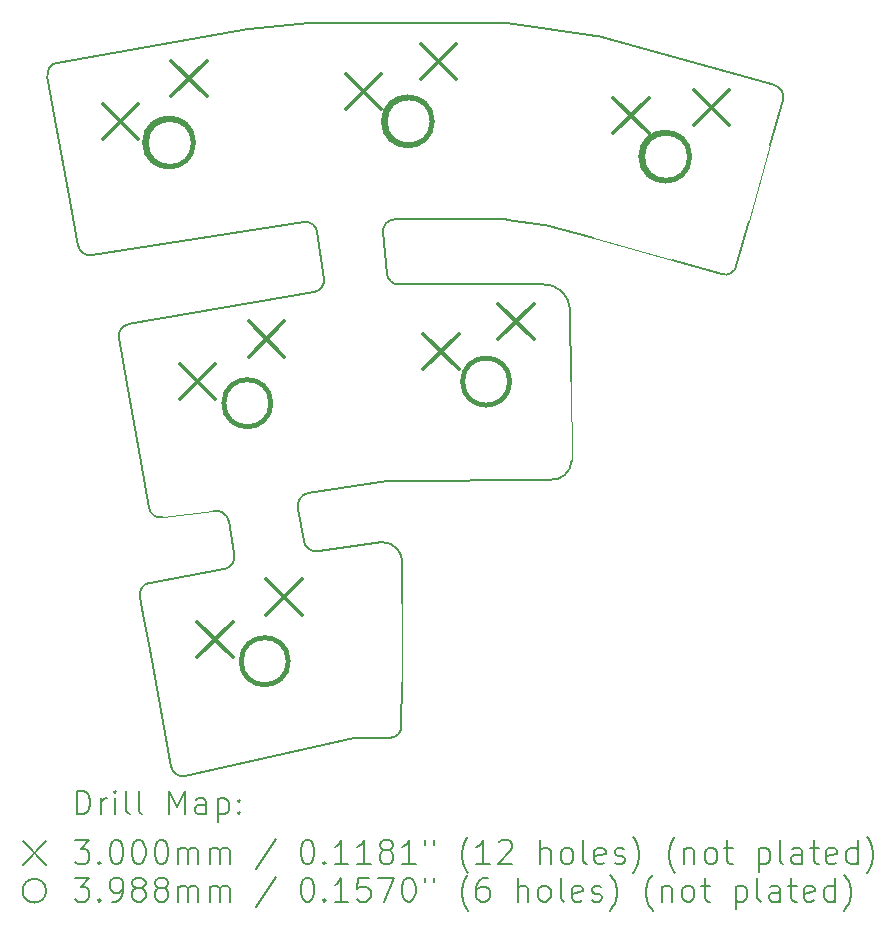
<source format=gbr>
%TF.GenerationSoftware,KiCad,Pcbnew,7.0.7*%
%TF.CreationDate,2024-02-03T15:44:30+08:00*%
%TF.ProjectId,flex,666c6578-2e6b-4696-9361-645f70636258,rev?*%
%TF.SameCoordinates,Original*%
%TF.FileFunction,Drillmap*%
%TF.FilePolarity,Positive*%
%FSLAX45Y45*%
G04 Gerber Fmt 4.5, Leading zero omitted, Abs format (unit mm)*
G04 Created by KiCad (PCBNEW 7.0.7) date 2024-02-03 15:44:30*
%MOMM*%
%LPD*%
G01*
G04 APERTURE LIST*
%ADD10C,0.200000*%
%ADD11C,0.050000*%
%ADD12C,0.300000*%
%ADD13C,0.398780*%
G04 APERTURE END LIST*
D10*
X8555443Y-6193620D02*
X8588920Y-6544631D01*
D11*
X10151759Y-8130428D02*
X10150581Y-7455429D01*
D10*
X6578791Y-9159953D02*
G75*
G03*
X6498440Y-9277529I17799J-98407D01*
G01*
X7999179Y-6190786D02*
G75*
G03*
X7884479Y-6105951I-99029J-13934D01*
G01*
X6505684Y-8140108D02*
X6387312Y-7475569D01*
X9602204Y-6085052D02*
G75*
G03*
X9588632Y-6084126I-13574J-99048D01*
G01*
X9588632Y-6084126D02*
X8654991Y-6084126D01*
X7249653Y-8639773D02*
G75*
G03*
X7116613Y-8553580I-107073J-19497D01*
G01*
X9602204Y-4425051D02*
X10362119Y-4529147D01*
X6761335Y-10716293D02*
X6709820Y-10432825D01*
X8654991Y-6084132D02*
G75*
G03*
X8555443Y-6193620I-1J-99998D01*
G01*
X6963330Y-5432817D02*
G75*
G03*
X6963330Y-5432817I-220000J0D01*
G01*
X10140952Y-6857929D02*
X10150581Y-7455429D01*
X11940831Y-5072795D02*
X11835280Y-5450836D01*
X8620912Y-10470958D02*
G75*
G03*
X8710912Y-10370953I-1642J91978D01*
G01*
X8588925Y-6544631D02*
G75*
G03*
X8688622Y-6635137I99545J9491D01*
G01*
X7939859Y-4424126D02*
G75*
G03*
X7931057Y-4424514I1J-99894D01*
G01*
X8597566Y-8295276D02*
G75*
G03*
X8588763Y-8295665I4J-99994D01*
G01*
X5796008Y-4757601D02*
G75*
G03*
X5714951Y-4873086I17482J-98459D01*
G01*
X6399393Y-6973159D02*
G75*
G03*
X6318480Y-7089151I17537J-98451D01*
G01*
X11425000Y-6548437D02*
X11006407Y-6431563D01*
X8306806Y-10473223D02*
X6881811Y-10795943D01*
X8016904Y-8892278D02*
X8550202Y-8816586D01*
X5796007Y-4757597D02*
X7410571Y-4470898D01*
D11*
X10339365Y-6245322D02*
X11006407Y-6431563D01*
D10*
X8718416Y-9000722D02*
G75*
G03*
X8550202Y-8816586I-168216J15232D01*
G01*
X11653759Y-6100971D02*
X11548208Y-6479012D01*
X10339365Y-6245322D02*
X9929033Y-6130755D01*
X6399394Y-6973164D02*
X7972959Y-6698675D01*
X7939859Y-4424126D02*
X9588632Y-4424126D01*
X8054800Y-6586234D02*
X7999176Y-6190786D01*
X9970952Y-8287929D02*
X8597566Y-8295276D01*
X5974358Y-6306286D02*
X5905000Y-5930000D01*
X7972959Y-6698676D02*
G75*
G03*
X8054800Y-6586234I-17190J98516D01*
G01*
X9915712Y-6127996D02*
X9602204Y-6085051D01*
X7296108Y-8912783D02*
X7249657Y-8639772D01*
D11*
X11653759Y-6100971D02*
X11835280Y-5450836D01*
D10*
X6589129Y-9768703D02*
X6709820Y-10432825D01*
X5974357Y-6306286D02*
G75*
G03*
X6088157Y-6386958I98343J18126D01*
G01*
X10375440Y-4531905D02*
X11871407Y-4949587D01*
X6761337Y-10716293D02*
G75*
G03*
X6881811Y-10795943I98383J17873D01*
G01*
X5779416Y-5246102D02*
X5714951Y-4873086D01*
X7419305Y-4469737D02*
X7931057Y-4424514D01*
X8620912Y-10470953D02*
X8306806Y-10473223D01*
X8718413Y-9000722D02*
X8718413Y-9328376D01*
X8719591Y-10003374D02*
X8710912Y-10370953D01*
X5905000Y-5930000D02*
X5779416Y-5246102D01*
X6574516Y-8526526D02*
X6505684Y-8140108D01*
D11*
X8719591Y-10003374D02*
X8718413Y-9328376D01*
D10*
X6518949Y-9382528D02*
X6498440Y-9277529D01*
X6574521Y-8526525D02*
G75*
G03*
X6690503Y-8607439I98449J17535D01*
G01*
X9970952Y-8287927D02*
G75*
G03*
X10151759Y-8130428I14908J165418D01*
G01*
X7419305Y-4469737D02*
G75*
G03*
X7410571Y-4470898I8825J-99813D01*
G01*
X6387312Y-7475569D02*
X6318480Y-7089151D01*
X11940829Y-5072795D02*
G75*
G03*
X11871407Y-4949587I-96329J26885D01*
G01*
X11165095Y-5552700D02*
G75*
G03*
X11165095Y-5552700I-220000J0D01*
G01*
X10140953Y-6857929D02*
G75*
G03*
X9900952Y-6633278I-225143J-1D01*
G01*
X9602204Y-4425052D02*
G75*
G03*
X9588632Y-4424126I-13574J-99048D01*
G01*
X10375440Y-4531905D02*
G75*
G03*
X10362119Y-4529147I-26930J-96495D01*
G01*
X7209914Y-9045821D02*
G75*
G03*
X7296108Y-8912783I-19494J107071D01*
G01*
X7884479Y-6105950D02*
X6088157Y-6386958D01*
X9929033Y-6130755D02*
G75*
G03*
X9915712Y-6127996I-26883J-96275D01*
G01*
X7883858Y-8806086D02*
G75*
G03*
X8016904Y-8892278I107072J19496D01*
G01*
X7837410Y-8533074D02*
X7883861Y-8806086D01*
D11*
X7116613Y-8553580D02*
X6690503Y-8607439D01*
D10*
X8688622Y-6635137D02*
X9900952Y-6633278D01*
X6578791Y-9159955D02*
X7209915Y-9045827D01*
X11424999Y-6548439D02*
G75*
G03*
X11548208Y-6479012I26891J96319D01*
G01*
X8985450Y-5254126D02*
G75*
G03*
X8985450Y-5254126I-220000J0D01*
G01*
X6589129Y-9768703D02*
X6518949Y-9382528D01*
X7923601Y-8400026D02*
G75*
G03*
X7837410Y-8533074I19499J-107074D01*
G01*
X8588763Y-8295664D02*
X7923602Y-8400031D01*
D12*
X6181374Y-5103117D02*
X6481374Y-5403117D01*
X6481374Y-5103117D02*
X6181374Y-5403117D01*
X6762620Y-4742710D02*
X7062620Y-5042710D01*
X7062620Y-4742710D02*
X6762620Y-5042710D01*
X6837322Y-7306339D02*
X7137322Y-7606339D01*
X7137322Y-7306339D02*
X6837322Y-7606339D01*
X6984642Y-9490739D02*
X7284642Y-9790739D01*
X7284642Y-9490739D02*
X6984642Y-9790739D01*
X7418568Y-6945931D02*
X7718568Y-7245931D01*
X7718568Y-6945931D02*
X7418568Y-7245931D01*
X7565888Y-9130331D02*
X7865888Y-9430331D01*
X7865888Y-9130331D02*
X7565888Y-9430331D01*
X8241533Y-4850219D02*
X8541533Y-5150219D01*
X8541533Y-4850219D02*
X8241533Y-5150219D01*
X8876533Y-4596219D02*
X9176533Y-4896219D01*
X9176533Y-4596219D02*
X8876533Y-4896219D01*
X8897480Y-7053440D02*
X9197480Y-7353440D01*
X9197480Y-7053440D02*
X8897480Y-7353440D01*
X9532480Y-6799440D02*
X9832480Y-7099440D01*
X9832480Y-6799440D02*
X9532480Y-7099440D01*
X10505624Y-5054760D02*
X10805624Y-5354760D01*
X10805624Y-5054760D02*
X10505624Y-5354760D01*
X11186037Y-4985629D02*
X11486037Y-5285629D01*
X11486037Y-4985629D02*
X11186037Y-5285629D01*
D13*
X6950083Y-5437099D02*
G75*
G03*
X6950083Y-5437099I-199390J0D01*
G01*
X7606030Y-7640320D02*
G75*
G03*
X7606030Y-7640320I-199390J0D01*
G01*
X7753350Y-9824720D02*
G75*
G03*
X7753350Y-9824720I-199390J0D01*
G01*
X8971923Y-5254219D02*
G75*
G03*
X8971923Y-5254219I-199390J0D01*
G01*
X9627870Y-7457440D02*
G75*
G03*
X9627870Y-7457440I-199390J0D01*
G01*
X11151243Y-5553939D02*
G75*
G03*
X11151243Y-5553939I-199390J0D01*
G01*
D10*
X5964268Y-11119897D02*
X5964268Y-10919897D01*
X5964268Y-10919897D02*
X6011887Y-10919897D01*
X6011887Y-10919897D02*
X6040458Y-10929421D01*
X6040458Y-10929421D02*
X6059506Y-10948469D01*
X6059506Y-10948469D02*
X6069030Y-10967516D01*
X6069030Y-10967516D02*
X6078554Y-11005612D01*
X6078554Y-11005612D02*
X6078554Y-11034183D01*
X6078554Y-11034183D02*
X6069030Y-11072278D01*
X6069030Y-11072278D02*
X6059506Y-11091326D01*
X6059506Y-11091326D02*
X6040458Y-11110374D01*
X6040458Y-11110374D02*
X6011887Y-11119897D01*
X6011887Y-11119897D02*
X5964268Y-11119897D01*
X6164268Y-11119897D02*
X6164268Y-10986564D01*
X6164268Y-11024659D02*
X6173792Y-11005612D01*
X6173792Y-11005612D02*
X6183315Y-10996088D01*
X6183315Y-10996088D02*
X6202363Y-10986564D01*
X6202363Y-10986564D02*
X6221411Y-10986564D01*
X6288077Y-11119897D02*
X6288077Y-10986564D01*
X6288077Y-10919897D02*
X6278554Y-10929421D01*
X6278554Y-10929421D02*
X6288077Y-10938945D01*
X6288077Y-10938945D02*
X6297601Y-10929421D01*
X6297601Y-10929421D02*
X6288077Y-10919897D01*
X6288077Y-10919897D02*
X6288077Y-10938945D01*
X6411887Y-11119897D02*
X6392839Y-11110374D01*
X6392839Y-11110374D02*
X6383315Y-11091326D01*
X6383315Y-11091326D02*
X6383315Y-10919897D01*
X6516649Y-11119897D02*
X6497601Y-11110374D01*
X6497601Y-11110374D02*
X6488077Y-11091326D01*
X6488077Y-11091326D02*
X6488077Y-10919897D01*
X6745220Y-11119897D02*
X6745220Y-10919897D01*
X6745220Y-10919897D02*
X6811887Y-11062754D01*
X6811887Y-11062754D02*
X6878554Y-10919897D01*
X6878554Y-10919897D02*
X6878554Y-11119897D01*
X7059506Y-11119897D02*
X7059506Y-11015135D01*
X7059506Y-11015135D02*
X7049982Y-10996088D01*
X7049982Y-10996088D02*
X7030935Y-10986564D01*
X7030935Y-10986564D02*
X6992839Y-10986564D01*
X6992839Y-10986564D02*
X6973792Y-10996088D01*
X7059506Y-11110374D02*
X7040458Y-11119897D01*
X7040458Y-11119897D02*
X6992839Y-11119897D01*
X6992839Y-11119897D02*
X6973792Y-11110374D01*
X6973792Y-11110374D02*
X6964268Y-11091326D01*
X6964268Y-11091326D02*
X6964268Y-11072278D01*
X6964268Y-11072278D02*
X6973792Y-11053231D01*
X6973792Y-11053231D02*
X6992839Y-11043707D01*
X6992839Y-11043707D02*
X7040458Y-11043707D01*
X7040458Y-11043707D02*
X7059506Y-11034183D01*
X7154744Y-10986564D02*
X7154744Y-11186564D01*
X7154744Y-10996088D02*
X7173792Y-10986564D01*
X7173792Y-10986564D02*
X7211887Y-10986564D01*
X7211887Y-10986564D02*
X7230935Y-10996088D01*
X7230935Y-10996088D02*
X7240458Y-11005612D01*
X7240458Y-11005612D02*
X7249982Y-11024659D01*
X7249982Y-11024659D02*
X7249982Y-11081802D01*
X7249982Y-11081802D02*
X7240458Y-11100850D01*
X7240458Y-11100850D02*
X7230935Y-11110374D01*
X7230935Y-11110374D02*
X7211887Y-11119897D01*
X7211887Y-11119897D02*
X7173792Y-11119897D01*
X7173792Y-11119897D02*
X7154744Y-11110374D01*
X7335696Y-11100850D02*
X7345220Y-11110374D01*
X7345220Y-11110374D02*
X7335696Y-11119897D01*
X7335696Y-11119897D02*
X7326173Y-11110374D01*
X7326173Y-11110374D02*
X7335696Y-11100850D01*
X7335696Y-11100850D02*
X7335696Y-11119897D01*
X7335696Y-10996088D02*
X7345220Y-11005612D01*
X7345220Y-11005612D02*
X7335696Y-11015135D01*
X7335696Y-11015135D02*
X7326173Y-11005612D01*
X7326173Y-11005612D02*
X7335696Y-10996088D01*
X7335696Y-10996088D02*
X7335696Y-11015135D01*
X5503491Y-11348413D02*
X5703491Y-11548413D01*
X5703491Y-11348413D02*
X5503491Y-11548413D01*
X5945220Y-11339897D02*
X6069030Y-11339897D01*
X6069030Y-11339897D02*
X6002363Y-11416088D01*
X6002363Y-11416088D02*
X6030935Y-11416088D01*
X6030935Y-11416088D02*
X6049982Y-11425611D01*
X6049982Y-11425611D02*
X6059506Y-11435135D01*
X6059506Y-11435135D02*
X6069030Y-11454183D01*
X6069030Y-11454183D02*
X6069030Y-11501802D01*
X6069030Y-11501802D02*
X6059506Y-11520850D01*
X6059506Y-11520850D02*
X6049982Y-11530373D01*
X6049982Y-11530373D02*
X6030935Y-11539897D01*
X6030935Y-11539897D02*
X5973792Y-11539897D01*
X5973792Y-11539897D02*
X5954744Y-11530373D01*
X5954744Y-11530373D02*
X5945220Y-11520850D01*
X6154744Y-11520850D02*
X6164268Y-11530373D01*
X6164268Y-11530373D02*
X6154744Y-11539897D01*
X6154744Y-11539897D02*
X6145220Y-11530373D01*
X6145220Y-11530373D02*
X6154744Y-11520850D01*
X6154744Y-11520850D02*
X6154744Y-11539897D01*
X6288077Y-11339897D02*
X6307125Y-11339897D01*
X6307125Y-11339897D02*
X6326173Y-11349421D01*
X6326173Y-11349421D02*
X6335696Y-11358945D01*
X6335696Y-11358945D02*
X6345220Y-11377992D01*
X6345220Y-11377992D02*
X6354744Y-11416088D01*
X6354744Y-11416088D02*
X6354744Y-11463707D01*
X6354744Y-11463707D02*
X6345220Y-11501802D01*
X6345220Y-11501802D02*
X6335696Y-11520850D01*
X6335696Y-11520850D02*
X6326173Y-11530373D01*
X6326173Y-11530373D02*
X6307125Y-11539897D01*
X6307125Y-11539897D02*
X6288077Y-11539897D01*
X6288077Y-11539897D02*
X6269030Y-11530373D01*
X6269030Y-11530373D02*
X6259506Y-11520850D01*
X6259506Y-11520850D02*
X6249982Y-11501802D01*
X6249982Y-11501802D02*
X6240458Y-11463707D01*
X6240458Y-11463707D02*
X6240458Y-11416088D01*
X6240458Y-11416088D02*
X6249982Y-11377992D01*
X6249982Y-11377992D02*
X6259506Y-11358945D01*
X6259506Y-11358945D02*
X6269030Y-11349421D01*
X6269030Y-11349421D02*
X6288077Y-11339897D01*
X6478554Y-11339897D02*
X6497601Y-11339897D01*
X6497601Y-11339897D02*
X6516649Y-11349421D01*
X6516649Y-11349421D02*
X6526173Y-11358945D01*
X6526173Y-11358945D02*
X6535696Y-11377992D01*
X6535696Y-11377992D02*
X6545220Y-11416088D01*
X6545220Y-11416088D02*
X6545220Y-11463707D01*
X6545220Y-11463707D02*
X6535696Y-11501802D01*
X6535696Y-11501802D02*
X6526173Y-11520850D01*
X6526173Y-11520850D02*
X6516649Y-11530373D01*
X6516649Y-11530373D02*
X6497601Y-11539897D01*
X6497601Y-11539897D02*
X6478554Y-11539897D01*
X6478554Y-11539897D02*
X6459506Y-11530373D01*
X6459506Y-11530373D02*
X6449982Y-11520850D01*
X6449982Y-11520850D02*
X6440458Y-11501802D01*
X6440458Y-11501802D02*
X6430935Y-11463707D01*
X6430935Y-11463707D02*
X6430935Y-11416088D01*
X6430935Y-11416088D02*
X6440458Y-11377992D01*
X6440458Y-11377992D02*
X6449982Y-11358945D01*
X6449982Y-11358945D02*
X6459506Y-11349421D01*
X6459506Y-11349421D02*
X6478554Y-11339897D01*
X6669030Y-11339897D02*
X6688077Y-11339897D01*
X6688077Y-11339897D02*
X6707125Y-11349421D01*
X6707125Y-11349421D02*
X6716649Y-11358945D01*
X6716649Y-11358945D02*
X6726173Y-11377992D01*
X6726173Y-11377992D02*
X6735696Y-11416088D01*
X6735696Y-11416088D02*
X6735696Y-11463707D01*
X6735696Y-11463707D02*
X6726173Y-11501802D01*
X6726173Y-11501802D02*
X6716649Y-11520850D01*
X6716649Y-11520850D02*
X6707125Y-11530373D01*
X6707125Y-11530373D02*
X6688077Y-11539897D01*
X6688077Y-11539897D02*
X6669030Y-11539897D01*
X6669030Y-11539897D02*
X6649982Y-11530373D01*
X6649982Y-11530373D02*
X6640458Y-11520850D01*
X6640458Y-11520850D02*
X6630935Y-11501802D01*
X6630935Y-11501802D02*
X6621411Y-11463707D01*
X6621411Y-11463707D02*
X6621411Y-11416088D01*
X6621411Y-11416088D02*
X6630935Y-11377992D01*
X6630935Y-11377992D02*
X6640458Y-11358945D01*
X6640458Y-11358945D02*
X6649982Y-11349421D01*
X6649982Y-11349421D02*
X6669030Y-11339897D01*
X6821411Y-11539897D02*
X6821411Y-11406564D01*
X6821411Y-11425611D02*
X6830935Y-11416088D01*
X6830935Y-11416088D02*
X6849982Y-11406564D01*
X6849982Y-11406564D02*
X6878554Y-11406564D01*
X6878554Y-11406564D02*
X6897601Y-11416088D01*
X6897601Y-11416088D02*
X6907125Y-11435135D01*
X6907125Y-11435135D02*
X6907125Y-11539897D01*
X6907125Y-11435135D02*
X6916649Y-11416088D01*
X6916649Y-11416088D02*
X6935696Y-11406564D01*
X6935696Y-11406564D02*
X6964268Y-11406564D01*
X6964268Y-11406564D02*
X6983316Y-11416088D01*
X6983316Y-11416088D02*
X6992839Y-11435135D01*
X6992839Y-11435135D02*
X6992839Y-11539897D01*
X7088077Y-11539897D02*
X7088077Y-11406564D01*
X7088077Y-11425611D02*
X7097601Y-11416088D01*
X7097601Y-11416088D02*
X7116649Y-11406564D01*
X7116649Y-11406564D02*
X7145220Y-11406564D01*
X7145220Y-11406564D02*
X7164268Y-11416088D01*
X7164268Y-11416088D02*
X7173792Y-11435135D01*
X7173792Y-11435135D02*
X7173792Y-11539897D01*
X7173792Y-11435135D02*
X7183316Y-11416088D01*
X7183316Y-11416088D02*
X7202363Y-11406564D01*
X7202363Y-11406564D02*
X7230935Y-11406564D01*
X7230935Y-11406564D02*
X7249982Y-11416088D01*
X7249982Y-11416088D02*
X7259506Y-11435135D01*
X7259506Y-11435135D02*
X7259506Y-11539897D01*
X7649982Y-11330373D02*
X7478554Y-11587516D01*
X7907125Y-11339897D02*
X7926173Y-11339897D01*
X7926173Y-11339897D02*
X7945220Y-11349421D01*
X7945220Y-11349421D02*
X7954744Y-11358945D01*
X7954744Y-11358945D02*
X7964268Y-11377992D01*
X7964268Y-11377992D02*
X7973792Y-11416088D01*
X7973792Y-11416088D02*
X7973792Y-11463707D01*
X7973792Y-11463707D02*
X7964268Y-11501802D01*
X7964268Y-11501802D02*
X7954744Y-11520850D01*
X7954744Y-11520850D02*
X7945220Y-11530373D01*
X7945220Y-11530373D02*
X7926173Y-11539897D01*
X7926173Y-11539897D02*
X7907125Y-11539897D01*
X7907125Y-11539897D02*
X7888078Y-11530373D01*
X7888078Y-11530373D02*
X7878554Y-11520850D01*
X7878554Y-11520850D02*
X7869030Y-11501802D01*
X7869030Y-11501802D02*
X7859506Y-11463707D01*
X7859506Y-11463707D02*
X7859506Y-11416088D01*
X7859506Y-11416088D02*
X7869030Y-11377992D01*
X7869030Y-11377992D02*
X7878554Y-11358945D01*
X7878554Y-11358945D02*
X7888078Y-11349421D01*
X7888078Y-11349421D02*
X7907125Y-11339897D01*
X8059506Y-11520850D02*
X8069030Y-11530373D01*
X8069030Y-11530373D02*
X8059506Y-11539897D01*
X8059506Y-11539897D02*
X8049982Y-11530373D01*
X8049982Y-11530373D02*
X8059506Y-11520850D01*
X8059506Y-11520850D02*
X8059506Y-11539897D01*
X8259506Y-11539897D02*
X8145220Y-11539897D01*
X8202363Y-11539897D02*
X8202363Y-11339897D01*
X8202363Y-11339897D02*
X8183316Y-11368469D01*
X8183316Y-11368469D02*
X8164268Y-11387516D01*
X8164268Y-11387516D02*
X8145220Y-11397040D01*
X8449982Y-11539897D02*
X8335697Y-11539897D01*
X8392840Y-11539897D02*
X8392840Y-11339897D01*
X8392840Y-11339897D02*
X8373792Y-11368469D01*
X8373792Y-11368469D02*
X8354744Y-11387516D01*
X8354744Y-11387516D02*
X8335697Y-11397040D01*
X8564268Y-11425611D02*
X8545221Y-11416088D01*
X8545221Y-11416088D02*
X8535697Y-11406564D01*
X8535697Y-11406564D02*
X8526173Y-11387516D01*
X8526173Y-11387516D02*
X8526173Y-11377992D01*
X8526173Y-11377992D02*
X8535697Y-11358945D01*
X8535697Y-11358945D02*
X8545221Y-11349421D01*
X8545221Y-11349421D02*
X8564268Y-11339897D01*
X8564268Y-11339897D02*
X8602363Y-11339897D01*
X8602363Y-11339897D02*
X8621411Y-11349421D01*
X8621411Y-11349421D02*
X8630935Y-11358945D01*
X8630935Y-11358945D02*
X8640459Y-11377992D01*
X8640459Y-11377992D02*
X8640459Y-11387516D01*
X8640459Y-11387516D02*
X8630935Y-11406564D01*
X8630935Y-11406564D02*
X8621411Y-11416088D01*
X8621411Y-11416088D02*
X8602363Y-11425611D01*
X8602363Y-11425611D02*
X8564268Y-11425611D01*
X8564268Y-11425611D02*
X8545221Y-11435135D01*
X8545221Y-11435135D02*
X8535697Y-11444659D01*
X8535697Y-11444659D02*
X8526173Y-11463707D01*
X8526173Y-11463707D02*
X8526173Y-11501802D01*
X8526173Y-11501802D02*
X8535697Y-11520850D01*
X8535697Y-11520850D02*
X8545221Y-11530373D01*
X8545221Y-11530373D02*
X8564268Y-11539897D01*
X8564268Y-11539897D02*
X8602363Y-11539897D01*
X8602363Y-11539897D02*
X8621411Y-11530373D01*
X8621411Y-11530373D02*
X8630935Y-11520850D01*
X8630935Y-11520850D02*
X8640459Y-11501802D01*
X8640459Y-11501802D02*
X8640459Y-11463707D01*
X8640459Y-11463707D02*
X8630935Y-11444659D01*
X8630935Y-11444659D02*
X8621411Y-11435135D01*
X8621411Y-11435135D02*
X8602363Y-11425611D01*
X8830935Y-11539897D02*
X8716649Y-11539897D01*
X8773792Y-11539897D02*
X8773792Y-11339897D01*
X8773792Y-11339897D02*
X8754744Y-11368469D01*
X8754744Y-11368469D02*
X8735697Y-11387516D01*
X8735697Y-11387516D02*
X8716649Y-11397040D01*
X8907125Y-11339897D02*
X8907125Y-11377992D01*
X8983316Y-11339897D02*
X8983316Y-11377992D01*
X9278554Y-11616088D02*
X9269030Y-11606564D01*
X9269030Y-11606564D02*
X9249983Y-11577992D01*
X9249983Y-11577992D02*
X9240459Y-11558945D01*
X9240459Y-11558945D02*
X9230935Y-11530373D01*
X9230935Y-11530373D02*
X9221411Y-11482754D01*
X9221411Y-11482754D02*
X9221411Y-11444659D01*
X9221411Y-11444659D02*
X9230935Y-11397040D01*
X9230935Y-11397040D02*
X9240459Y-11368469D01*
X9240459Y-11368469D02*
X9249983Y-11349421D01*
X9249983Y-11349421D02*
X9269030Y-11320850D01*
X9269030Y-11320850D02*
X9278554Y-11311326D01*
X9459506Y-11539897D02*
X9345221Y-11539897D01*
X9402363Y-11539897D02*
X9402363Y-11339897D01*
X9402363Y-11339897D02*
X9383316Y-11368469D01*
X9383316Y-11368469D02*
X9364268Y-11387516D01*
X9364268Y-11387516D02*
X9345221Y-11397040D01*
X9535697Y-11358945D02*
X9545221Y-11349421D01*
X9545221Y-11349421D02*
X9564268Y-11339897D01*
X9564268Y-11339897D02*
X9611887Y-11339897D01*
X9611887Y-11339897D02*
X9630935Y-11349421D01*
X9630935Y-11349421D02*
X9640459Y-11358945D01*
X9640459Y-11358945D02*
X9649983Y-11377992D01*
X9649983Y-11377992D02*
X9649983Y-11397040D01*
X9649983Y-11397040D02*
X9640459Y-11425611D01*
X9640459Y-11425611D02*
X9526173Y-11539897D01*
X9526173Y-11539897D02*
X9649983Y-11539897D01*
X9888078Y-11539897D02*
X9888078Y-11339897D01*
X9973792Y-11539897D02*
X9973792Y-11435135D01*
X9973792Y-11435135D02*
X9964268Y-11416088D01*
X9964268Y-11416088D02*
X9945221Y-11406564D01*
X9945221Y-11406564D02*
X9916649Y-11406564D01*
X9916649Y-11406564D02*
X9897602Y-11416088D01*
X9897602Y-11416088D02*
X9888078Y-11425611D01*
X10097602Y-11539897D02*
X10078554Y-11530373D01*
X10078554Y-11530373D02*
X10069030Y-11520850D01*
X10069030Y-11520850D02*
X10059506Y-11501802D01*
X10059506Y-11501802D02*
X10059506Y-11444659D01*
X10059506Y-11444659D02*
X10069030Y-11425611D01*
X10069030Y-11425611D02*
X10078554Y-11416088D01*
X10078554Y-11416088D02*
X10097602Y-11406564D01*
X10097602Y-11406564D02*
X10126173Y-11406564D01*
X10126173Y-11406564D02*
X10145221Y-11416088D01*
X10145221Y-11416088D02*
X10154745Y-11425611D01*
X10154745Y-11425611D02*
X10164268Y-11444659D01*
X10164268Y-11444659D02*
X10164268Y-11501802D01*
X10164268Y-11501802D02*
X10154745Y-11520850D01*
X10154745Y-11520850D02*
X10145221Y-11530373D01*
X10145221Y-11530373D02*
X10126173Y-11539897D01*
X10126173Y-11539897D02*
X10097602Y-11539897D01*
X10278554Y-11539897D02*
X10259506Y-11530373D01*
X10259506Y-11530373D02*
X10249983Y-11511326D01*
X10249983Y-11511326D02*
X10249983Y-11339897D01*
X10430935Y-11530373D02*
X10411887Y-11539897D01*
X10411887Y-11539897D02*
X10373792Y-11539897D01*
X10373792Y-11539897D02*
X10354745Y-11530373D01*
X10354745Y-11530373D02*
X10345221Y-11511326D01*
X10345221Y-11511326D02*
X10345221Y-11435135D01*
X10345221Y-11435135D02*
X10354745Y-11416088D01*
X10354745Y-11416088D02*
X10373792Y-11406564D01*
X10373792Y-11406564D02*
X10411887Y-11406564D01*
X10411887Y-11406564D02*
X10430935Y-11416088D01*
X10430935Y-11416088D02*
X10440459Y-11435135D01*
X10440459Y-11435135D02*
X10440459Y-11454183D01*
X10440459Y-11454183D02*
X10345221Y-11473231D01*
X10516649Y-11530373D02*
X10535697Y-11539897D01*
X10535697Y-11539897D02*
X10573792Y-11539897D01*
X10573792Y-11539897D02*
X10592840Y-11530373D01*
X10592840Y-11530373D02*
X10602364Y-11511326D01*
X10602364Y-11511326D02*
X10602364Y-11501802D01*
X10602364Y-11501802D02*
X10592840Y-11482754D01*
X10592840Y-11482754D02*
X10573792Y-11473231D01*
X10573792Y-11473231D02*
X10545221Y-11473231D01*
X10545221Y-11473231D02*
X10526173Y-11463707D01*
X10526173Y-11463707D02*
X10516649Y-11444659D01*
X10516649Y-11444659D02*
X10516649Y-11435135D01*
X10516649Y-11435135D02*
X10526173Y-11416088D01*
X10526173Y-11416088D02*
X10545221Y-11406564D01*
X10545221Y-11406564D02*
X10573792Y-11406564D01*
X10573792Y-11406564D02*
X10592840Y-11416088D01*
X10669030Y-11616088D02*
X10678554Y-11606564D01*
X10678554Y-11606564D02*
X10697602Y-11577992D01*
X10697602Y-11577992D02*
X10707126Y-11558945D01*
X10707126Y-11558945D02*
X10716649Y-11530373D01*
X10716649Y-11530373D02*
X10726173Y-11482754D01*
X10726173Y-11482754D02*
X10726173Y-11444659D01*
X10726173Y-11444659D02*
X10716649Y-11397040D01*
X10716649Y-11397040D02*
X10707126Y-11368469D01*
X10707126Y-11368469D02*
X10697602Y-11349421D01*
X10697602Y-11349421D02*
X10678554Y-11320850D01*
X10678554Y-11320850D02*
X10669030Y-11311326D01*
X11030935Y-11616088D02*
X11021411Y-11606564D01*
X11021411Y-11606564D02*
X11002364Y-11577992D01*
X11002364Y-11577992D02*
X10992840Y-11558945D01*
X10992840Y-11558945D02*
X10983316Y-11530373D01*
X10983316Y-11530373D02*
X10973792Y-11482754D01*
X10973792Y-11482754D02*
X10973792Y-11444659D01*
X10973792Y-11444659D02*
X10983316Y-11397040D01*
X10983316Y-11397040D02*
X10992840Y-11368469D01*
X10992840Y-11368469D02*
X11002364Y-11349421D01*
X11002364Y-11349421D02*
X11021411Y-11320850D01*
X11021411Y-11320850D02*
X11030935Y-11311326D01*
X11107126Y-11406564D02*
X11107126Y-11539897D01*
X11107126Y-11425611D02*
X11116649Y-11416088D01*
X11116649Y-11416088D02*
X11135697Y-11406564D01*
X11135697Y-11406564D02*
X11164268Y-11406564D01*
X11164268Y-11406564D02*
X11183316Y-11416088D01*
X11183316Y-11416088D02*
X11192840Y-11435135D01*
X11192840Y-11435135D02*
X11192840Y-11539897D01*
X11316649Y-11539897D02*
X11297602Y-11530373D01*
X11297602Y-11530373D02*
X11288078Y-11520850D01*
X11288078Y-11520850D02*
X11278554Y-11501802D01*
X11278554Y-11501802D02*
X11278554Y-11444659D01*
X11278554Y-11444659D02*
X11288078Y-11425611D01*
X11288078Y-11425611D02*
X11297602Y-11416088D01*
X11297602Y-11416088D02*
X11316649Y-11406564D01*
X11316649Y-11406564D02*
X11345221Y-11406564D01*
X11345221Y-11406564D02*
X11364268Y-11416088D01*
X11364268Y-11416088D02*
X11373792Y-11425611D01*
X11373792Y-11425611D02*
X11383316Y-11444659D01*
X11383316Y-11444659D02*
X11383316Y-11501802D01*
X11383316Y-11501802D02*
X11373792Y-11520850D01*
X11373792Y-11520850D02*
X11364268Y-11530373D01*
X11364268Y-11530373D02*
X11345221Y-11539897D01*
X11345221Y-11539897D02*
X11316649Y-11539897D01*
X11440459Y-11406564D02*
X11516649Y-11406564D01*
X11469030Y-11339897D02*
X11469030Y-11511326D01*
X11469030Y-11511326D02*
X11478554Y-11530373D01*
X11478554Y-11530373D02*
X11497602Y-11539897D01*
X11497602Y-11539897D02*
X11516649Y-11539897D01*
X11735697Y-11406564D02*
X11735697Y-11606564D01*
X11735697Y-11416088D02*
X11754745Y-11406564D01*
X11754745Y-11406564D02*
X11792840Y-11406564D01*
X11792840Y-11406564D02*
X11811887Y-11416088D01*
X11811887Y-11416088D02*
X11821411Y-11425611D01*
X11821411Y-11425611D02*
X11830935Y-11444659D01*
X11830935Y-11444659D02*
X11830935Y-11501802D01*
X11830935Y-11501802D02*
X11821411Y-11520850D01*
X11821411Y-11520850D02*
X11811887Y-11530373D01*
X11811887Y-11530373D02*
X11792840Y-11539897D01*
X11792840Y-11539897D02*
X11754745Y-11539897D01*
X11754745Y-11539897D02*
X11735697Y-11530373D01*
X11945221Y-11539897D02*
X11926173Y-11530373D01*
X11926173Y-11530373D02*
X11916649Y-11511326D01*
X11916649Y-11511326D02*
X11916649Y-11339897D01*
X12107126Y-11539897D02*
X12107126Y-11435135D01*
X12107126Y-11435135D02*
X12097602Y-11416088D01*
X12097602Y-11416088D02*
X12078554Y-11406564D01*
X12078554Y-11406564D02*
X12040459Y-11406564D01*
X12040459Y-11406564D02*
X12021411Y-11416088D01*
X12107126Y-11530373D02*
X12088078Y-11539897D01*
X12088078Y-11539897D02*
X12040459Y-11539897D01*
X12040459Y-11539897D02*
X12021411Y-11530373D01*
X12021411Y-11530373D02*
X12011887Y-11511326D01*
X12011887Y-11511326D02*
X12011887Y-11492278D01*
X12011887Y-11492278D02*
X12021411Y-11473231D01*
X12021411Y-11473231D02*
X12040459Y-11463707D01*
X12040459Y-11463707D02*
X12088078Y-11463707D01*
X12088078Y-11463707D02*
X12107126Y-11454183D01*
X12173792Y-11406564D02*
X12249983Y-11406564D01*
X12202364Y-11339897D02*
X12202364Y-11511326D01*
X12202364Y-11511326D02*
X12211887Y-11530373D01*
X12211887Y-11530373D02*
X12230935Y-11539897D01*
X12230935Y-11539897D02*
X12249983Y-11539897D01*
X12392840Y-11530373D02*
X12373792Y-11539897D01*
X12373792Y-11539897D02*
X12335697Y-11539897D01*
X12335697Y-11539897D02*
X12316649Y-11530373D01*
X12316649Y-11530373D02*
X12307126Y-11511326D01*
X12307126Y-11511326D02*
X12307126Y-11435135D01*
X12307126Y-11435135D02*
X12316649Y-11416088D01*
X12316649Y-11416088D02*
X12335697Y-11406564D01*
X12335697Y-11406564D02*
X12373792Y-11406564D01*
X12373792Y-11406564D02*
X12392840Y-11416088D01*
X12392840Y-11416088D02*
X12402364Y-11435135D01*
X12402364Y-11435135D02*
X12402364Y-11454183D01*
X12402364Y-11454183D02*
X12307126Y-11473231D01*
X12573792Y-11539897D02*
X12573792Y-11339897D01*
X12573792Y-11530373D02*
X12554745Y-11539897D01*
X12554745Y-11539897D02*
X12516649Y-11539897D01*
X12516649Y-11539897D02*
X12497602Y-11530373D01*
X12497602Y-11530373D02*
X12488078Y-11520850D01*
X12488078Y-11520850D02*
X12478554Y-11501802D01*
X12478554Y-11501802D02*
X12478554Y-11444659D01*
X12478554Y-11444659D02*
X12488078Y-11425611D01*
X12488078Y-11425611D02*
X12497602Y-11416088D01*
X12497602Y-11416088D02*
X12516649Y-11406564D01*
X12516649Y-11406564D02*
X12554745Y-11406564D01*
X12554745Y-11406564D02*
X12573792Y-11416088D01*
X12649983Y-11616088D02*
X12659507Y-11606564D01*
X12659507Y-11606564D02*
X12678554Y-11577992D01*
X12678554Y-11577992D02*
X12688078Y-11558945D01*
X12688078Y-11558945D02*
X12697602Y-11530373D01*
X12697602Y-11530373D02*
X12707126Y-11482754D01*
X12707126Y-11482754D02*
X12707126Y-11444659D01*
X12707126Y-11444659D02*
X12697602Y-11397040D01*
X12697602Y-11397040D02*
X12688078Y-11368469D01*
X12688078Y-11368469D02*
X12678554Y-11349421D01*
X12678554Y-11349421D02*
X12659507Y-11320850D01*
X12659507Y-11320850D02*
X12649983Y-11311326D01*
X5703491Y-11768413D02*
G75*
G03*
X5703491Y-11768413I-100000J0D01*
G01*
X5945220Y-11659897D02*
X6069030Y-11659897D01*
X6069030Y-11659897D02*
X6002363Y-11736088D01*
X6002363Y-11736088D02*
X6030935Y-11736088D01*
X6030935Y-11736088D02*
X6049982Y-11745611D01*
X6049982Y-11745611D02*
X6059506Y-11755135D01*
X6059506Y-11755135D02*
X6069030Y-11774183D01*
X6069030Y-11774183D02*
X6069030Y-11821802D01*
X6069030Y-11821802D02*
X6059506Y-11840850D01*
X6059506Y-11840850D02*
X6049982Y-11850373D01*
X6049982Y-11850373D02*
X6030935Y-11859897D01*
X6030935Y-11859897D02*
X5973792Y-11859897D01*
X5973792Y-11859897D02*
X5954744Y-11850373D01*
X5954744Y-11850373D02*
X5945220Y-11840850D01*
X6154744Y-11840850D02*
X6164268Y-11850373D01*
X6164268Y-11850373D02*
X6154744Y-11859897D01*
X6154744Y-11859897D02*
X6145220Y-11850373D01*
X6145220Y-11850373D02*
X6154744Y-11840850D01*
X6154744Y-11840850D02*
X6154744Y-11859897D01*
X6259506Y-11859897D02*
X6297601Y-11859897D01*
X6297601Y-11859897D02*
X6316649Y-11850373D01*
X6316649Y-11850373D02*
X6326173Y-11840850D01*
X6326173Y-11840850D02*
X6345220Y-11812278D01*
X6345220Y-11812278D02*
X6354744Y-11774183D01*
X6354744Y-11774183D02*
X6354744Y-11697992D01*
X6354744Y-11697992D02*
X6345220Y-11678945D01*
X6345220Y-11678945D02*
X6335696Y-11669421D01*
X6335696Y-11669421D02*
X6316649Y-11659897D01*
X6316649Y-11659897D02*
X6278554Y-11659897D01*
X6278554Y-11659897D02*
X6259506Y-11669421D01*
X6259506Y-11669421D02*
X6249982Y-11678945D01*
X6249982Y-11678945D02*
X6240458Y-11697992D01*
X6240458Y-11697992D02*
X6240458Y-11745611D01*
X6240458Y-11745611D02*
X6249982Y-11764659D01*
X6249982Y-11764659D02*
X6259506Y-11774183D01*
X6259506Y-11774183D02*
X6278554Y-11783707D01*
X6278554Y-11783707D02*
X6316649Y-11783707D01*
X6316649Y-11783707D02*
X6335696Y-11774183D01*
X6335696Y-11774183D02*
X6345220Y-11764659D01*
X6345220Y-11764659D02*
X6354744Y-11745611D01*
X6469030Y-11745611D02*
X6449982Y-11736088D01*
X6449982Y-11736088D02*
X6440458Y-11726564D01*
X6440458Y-11726564D02*
X6430935Y-11707516D01*
X6430935Y-11707516D02*
X6430935Y-11697992D01*
X6430935Y-11697992D02*
X6440458Y-11678945D01*
X6440458Y-11678945D02*
X6449982Y-11669421D01*
X6449982Y-11669421D02*
X6469030Y-11659897D01*
X6469030Y-11659897D02*
X6507125Y-11659897D01*
X6507125Y-11659897D02*
X6526173Y-11669421D01*
X6526173Y-11669421D02*
X6535696Y-11678945D01*
X6535696Y-11678945D02*
X6545220Y-11697992D01*
X6545220Y-11697992D02*
X6545220Y-11707516D01*
X6545220Y-11707516D02*
X6535696Y-11726564D01*
X6535696Y-11726564D02*
X6526173Y-11736088D01*
X6526173Y-11736088D02*
X6507125Y-11745611D01*
X6507125Y-11745611D02*
X6469030Y-11745611D01*
X6469030Y-11745611D02*
X6449982Y-11755135D01*
X6449982Y-11755135D02*
X6440458Y-11764659D01*
X6440458Y-11764659D02*
X6430935Y-11783707D01*
X6430935Y-11783707D02*
X6430935Y-11821802D01*
X6430935Y-11821802D02*
X6440458Y-11840850D01*
X6440458Y-11840850D02*
X6449982Y-11850373D01*
X6449982Y-11850373D02*
X6469030Y-11859897D01*
X6469030Y-11859897D02*
X6507125Y-11859897D01*
X6507125Y-11859897D02*
X6526173Y-11850373D01*
X6526173Y-11850373D02*
X6535696Y-11840850D01*
X6535696Y-11840850D02*
X6545220Y-11821802D01*
X6545220Y-11821802D02*
X6545220Y-11783707D01*
X6545220Y-11783707D02*
X6535696Y-11764659D01*
X6535696Y-11764659D02*
X6526173Y-11755135D01*
X6526173Y-11755135D02*
X6507125Y-11745611D01*
X6659506Y-11745611D02*
X6640458Y-11736088D01*
X6640458Y-11736088D02*
X6630935Y-11726564D01*
X6630935Y-11726564D02*
X6621411Y-11707516D01*
X6621411Y-11707516D02*
X6621411Y-11697992D01*
X6621411Y-11697992D02*
X6630935Y-11678945D01*
X6630935Y-11678945D02*
X6640458Y-11669421D01*
X6640458Y-11669421D02*
X6659506Y-11659897D01*
X6659506Y-11659897D02*
X6697601Y-11659897D01*
X6697601Y-11659897D02*
X6716649Y-11669421D01*
X6716649Y-11669421D02*
X6726173Y-11678945D01*
X6726173Y-11678945D02*
X6735696Y-11697992D01*
X6735696Y-11697992D02*
X6735696Y-11707516D01*
X6735696Y-11707516D02*
X6726173Y-11726564D01*
X6726173Y-11726564D02*
X6716649Y-11736088D01*
X6716649Y-11736088D02*
X6697601Y-11745611D01*
X6697601Y-11745611D02*
X6659506Y-11745611D01*
X6659506Y-11745611D02*
X6640458Y-11755135D01*
X6640458Y-11755135D02*
X6630935Y-11764659D01*
X6630935Y-11764659D02*
X6621411Y-11783707D01*
X6621411Y-11783707D02*
X6621411Y-11821802D01*
X6621411Y-11821802D02*
X6630935Y-11840850D01*
X6630935Y-11840850D02*
X6640458Y-11850373D01*
X6640458Y-11850373D02*
X6659506Y-11859897D01*
X6659506Y-11859897D02*
X6697601Y-11859897D01*
X6697601Y-11859897D02*
X6716649Y-11850373D01*
X6716649Y-11850373D02*
X6726173Y-11840850D01*
X6726173Y-11840850D02*
X6735696Y-11821802D01*
X6735696Y-11821802D02*
X6735696Y-11783707D01*
X6735696Y-11783707D02*
X6726173Y-11764659D01*
X6726173Y-11764659D02*
X6716649Y-11755135D01*
X6716649Y-11755135D02*
X6697601Y-11745611D01*
X6821411Y-11859897D02*
X6821411Y-11726564D01*
X6821411Y-11745611D02*
X6830935Y-11736088D01*
X6830935Y-11736088D02*
X6849982Y-11726564D01*
X6849982Y-11726564D02*
X6878554Y-11726564D01*
X6878554Y-11726564D02*
X6897601Y-11736088D01*
X6897601Y-11736088D02*
X6907125Y-11755135D01*
X6907125Y-11755135D02*
X6907125Y-11859897D01*
X6907125Y-11755135D02*
X6916649Y-11736088D01*
X6916649Y-11736088D02*
X6935696Y-11726564D01*
X6935696Y-11726564D02*
X6964268Y-11726564D01*
X6964268Y-11726564D02*
X6983316Y-11736088D01*
X6983316Y-11736088D02*
X6992839Y-11755135D01*
X6992839Y-11755135D02*
X6992839Y-11859897D01*
X7088077Y-11859897D02*
X7088077Y-11726564D01*
X7088077Y-11745611D02*
X7097601Y-11736088D01*
X7097601Y-11736088D02*
X7116649Y-11726564D01*
X7116649Y-11726564D02*
X7145220Y-11726564D01*
X7145220Y-11726564D02*
X7164268Y-11736088D01*
X7164268Y-11736088D02*
X7173792Y-11755135D01*
X7173792Y-11755135D02*
X7173792Y-11859897D01*
X7173792Y-11755135D02*
X7183316Y-11736088D01*
X7183316Y-11736088D02*
X7202363Y-11726564D01*
X7202363Y-11726564D02*
X7230935Y-11726564D01*
X7230935Y-11726564D02*
X7249982Y-11736088D01*
X7249982Y-11736088D02*
X7259506Y-11755135D01*
X7259506Y-11755135D02*
X7259506Y-11859897D01*
X7649982Y-11650373D02*
X7478554Y-11907516D01*
X7907125Y-11659897D02*
X7926173Y-11659897D01*
X7926173Y-11659897D02*
X7945220Y-11669421D01*
X7945220Y-11669421D02*
X7954744Y-11678945D01*
X7954744Y-11678945D02*
X7964268Y-11697992D01*
X7964268Y-11697992D02*
X7973792Y-11736088D01*
X7973792Y-11736088D02*
X7973792Y-11783707D01*
X7973792Y-11783707D02*
X7964268Y-11821802D01*
X7964268Y-11821802D02*
X7954744Y-11840850D01*
X7954744Y-11840850D02*
X7945220Y-11850373D01*
X7945220Y-11850373D02*
X7926173Y-11859897D01*
X7926173Y-11859897D02*
X7907125Y-11859897D01*
X7907125Y-11859897D02*
X7888078Y-11850373D01*
X7888078Y-11850373D02*
X7878554Y-11840850D01*
X7878554Y-11840850D02*
X7869030Y-11821802D01*
X7869030Y-11821802D02*
X7859506Y-11783707D01*
X7859506Y-11783707D02*
X7859506Y-11736088D01*
X7859506Y-11736088D02*
X7869030Y-11697992D01*
X7869030Y-11697992D02*
X7878554Y-11678945D01*
X7878554Y-11678945D02*
X7888078Y-11669421D01*
X7888078Y-11669421D02*
X7907125Y-11659897D01*
X8059506Y-11840850D02*
X8069030Y-11850373D01*
X8069030Y-11850373D02*
X8059506Y-11859897D01*
X8059506Y-11859897D02*
X8049982Y-11850373D01*
X8049982Y-11850373D02*
X8059506Y-11840850D01*
X8059506Y-11840850D02*
X8059506Y-11859897D01*
X8259506Y-11859897D02*
X8145220Y-11859897D01*
X8202363Y-11859897D02*
X8202363Y-11659897D01*
X8202363Y-11659897D02*
X8183316Y-11688469D01*
X8183316Y-11688469D02*
X8164268Y-11707516D01*
X8164268Y-11707516D02*
X8145220Y-11717040D01*
X8440459Y-11659897D02*
X8345220Y-11659897D01*
X8345220Y-11659897D02*
X8335697Y-11755135D01*
X8335697Y-11755135D02*
X8345220Y-11745611D01*
X8345220Y-11745611D02*
X8364268Y-11736088D01*
X8364268Y-11736088D02*
X8411887Y-11736088D01*
X8411887Y-11736088D02*
X8430935Y-11745611D01*
X8430935Y-11745611D02*
X8440459Y-11755135D01*
X8440459Y-11755135D02*
X8449982Y-11774183D01*
X8449982Y-11774183D02*
X8449982Y-11821802D01*
X8449982Y-11821802D02*
X8440459Y-11840850D01*
X8440459Y-11840850D02*
X8430935Y-11850373D01*
X8430935Y-11850373D02*
X8411887Y-11859897D01*
X8411887Y-11859897D02*
X8364268Y-11859897D01*
X8364268Y-11859897D02*
X8345220Y-11850373D01*
X8345220Y-11850373D02*
X8335697Y-11840850D01*
X8516649Y-11659897D02*
X8649982Y-11659897D01*
X8649982Y-11659897D02*
X8564268Y-11859897D01*
X8764268Y-11659897D02*
X8783316Y-11659897D01*
X8783316Y-11659897D02*
X8802363Y-11669421D01*
X8802363Y-11669421D02*
X8811887Y-11678945D01*
X8811887Y-11678945D02*
X8821411Y-11697992D01*
X8821411Y-11697992D02*
X8830935Y-11736088D01*
X8830935Y-11736088D02*
X8830935Y-11783707D01*
X8830935Y-11783707D02*
X8821411Y-11821802D01*
X8821411Y-11821802D02*
X8811887Y-11840850D01*
X8811887Y-11840850D02*
X8802363Y-11850373D01*
X8802363Y-11850373D02*
X8783316Y-11859897D01*
X8783316Y-11859897D02*
X8764268Y-11859897D01*
X8764268Y-11859897D02*
X8745221Y-11850373D01*
X8745221Y-11850373D02*
X8735697Y-11840850D01*
X8735697Y-11840850D02*
X8726173Y-11821802D01*
X8726173Y-11821802D02*
X8716649Y-11783707D01*
X8716649Y-11783707D02*
X8716649Y-11736088D01*
X8716649Y-11736088D02*
X8726173Y-11697992D01*
X8726173Y-11697992D02*
X8735697Y-11678945D01*
X8735697Y-11678945D02*
X8745221Y-11669421D01*
X8745221Y-11669421D02*
X8764268Y-11659897D01*
X8907125Y-11659897D02*
X8907125Y-11697992D01*
X8983316Y-11659897D02*
X8983316Y-11697992D01*
X9278554Y-11936088D02*
X9269030Y-11926564D01*
X9269030Y-11926564D02*
X9249983Y-11897992D01*
X9249983Y-11897992D02*
X9240459Y-11878945D01*
X9240459Y-11878945D02*
X9230935Y-11850373D01*
X9230935Y-11850373D02*
X9221411Y-11802754D01*
X9221411Y-11802754D02*
X9221411Y-11764659D01*
X9221411Y-11764659D02*
X9230935Y-11717040D01*
X9230935Y-11717040D02*
X9240459Y-11688469D01*
X9240459Y-11688469D02*
X9249983Y-11669421D01*
X9249983Y-11669421D02*
X9269030Y-11640850D01*
X9269030Y-11640850D02*
X9278554Y-11631326D01*
X9440459Y-11659897D02*
X9402363Y-11659897D01*
X9402363Y-11659897D02*
X9383316Y-11669421D01*
X9383316Y-11669421D02*
X9373792Y-11678945D01*
X9373792Y-11678945D02*
X9354744Y-11707516D01*
X9354744Y-11707516D02*
X9345221Y-11745611D01*
X9345221Y-11745611D02*
X9345221Y-11821802D01*
X9345221Y-11821802D02*
X9354744Y-11840850D01*
X9354744Y-11840850D02*
X9364268Y-11850373D01*
X9364268Y-11850373D02*
X9383316Y-11859897D01*
X9383316Y-11859897D02*
X9421411Y-11859897D01*
X9421411Y-11859897D02*
X9440459Y-11850373D01*
X9440459Y-11850373D02*
X9449983Y-11840850D01*
X9449983Y-11840850D02*
X9459506Y-11821802D01*
X9459506Y-11821802D02*
X9459506Y-11774183D01*
X9459506Y-11774183D02*
X9449983Y-11755135D01*
X9449983Y-11755135D02*
X9440459Y-11745611D01*
X9440459Y-11745611D02*
X9421411Y-11736088D01*
X9421411Y-11736088D02*
X9383316Y-11736088D01*
X9383316Y-11736088D02*
X9364268Y-11745611D01*
X9364268Y-11745611D02*
X9354744Y-11755135D01*
X9354744Y-11755135D02*
X9345221Y-11774183D01*
X9697602Y-11859897D02*
X9697602Y-11659897D01*
X9783316Y-11859897D02*
X9783316Y-11755135D01*
X9783316Y-11755135D02*
X9773792Y-11736088D01*
X9773792Y-11736088D02*
X9754745Y-11726564D01*
X9754745Y-11726564D02*
X9726173Y-11726564D01*
X9726173Y-11726564D02*
X9707125Y-11736088D01*
X9707125Y-11736088D02*
X9697602Y-11745611D01*
X9907125Y-11859897D02*
X9888078Y-11850373D01*
X9888078Y-11850373D02*
X9878554Y-11840850D01*
X9878554Y-11840850D02*
X9869030Y-11821802D01*
X9869030Y-11821802D02*
X9869030Y-11764659D01*
X9869030Y-11764659D02*
X9878554Y-11745611D01*
X9878554Y-11745611D02*
X9888078Y-11736088D01*
X9888078Y-11736088D02*
X9907125Y-11726564D01*
X9907125Y-11726564D02*
X9935697Y-11726564D01*
X9935697Y-11726564D02*
X9954745Y-11736088D01*
X9954745Y-11736088D02*
X9964268Y-11745611D01*
X9964268Y-11745611D02*
X9973792Y-11764659D01*
X9973792Y-11764659D02*
X9973792Y-11821802D01*
X9973792Y-11821802D02*
X9964268Y-11840850D01*
X9964268Y-11840850D02*
X9954745Y-11850373D01*
X9954745Y-11850373D02*
X9935697Y-11859897D01*
X9935697Y-11859897D02*
X9907125Y-11859897D01*
X10088078Y-11859897D02*
X10069030Y-11850373D01*
X10069030Y-11850373D02*
X10059506Y-11831326D01*
X10059506Y-11831326D02*
X10059506Y-11659897D01*
X10240459Y-11850373D02*
X10221411Y-11859897D01*
X10221411Y-11859897D02*
X10183316Y-11859897D01*
X10183316Y-11859897D02*
X10164268Y-11850373D01*
X10164268Y-11850373D02*
X10154745Y-11831326D01*
X10154745Y-11831326D02*
X10154745Y-11755135D01*
X10154745Y-11755135D02*
X10164268Y-11736088D01*
X10164268Y-11736088D02*
X10183316Y-11726564D01*
X10183316Y-11726564D02*
X10221411Y-11726564D01*
X10221411Y-11726564D02*
X10240459Y-11736088D01*
X10240459Y-11736088D02*
X10249983Y-11755135D01*
X10249983Y-11755135D02*
X10249983Y-11774183D01*
X10249983Y-11774183D02*
X10154745Y-11793231D01*
X10326173Y-11850373D02*
X10345221Y-11859897D01*
X10345221Y-11859897D02*
X10383316Y-11859897D01*
X10383316Y-11859897D02*
X10402364Y-11850373D01*
X10402364Y-11850373D02*
X10411887Y-11831326D01*
X10411887Y-11831326D02*
X10411887Y-11821802D01*
X10411887Y-11821802D02*
X10402364Y-11802754D01*
X10402364Y-11802754D02*
X10383316Y-11793231D01*
X10383316Y-11793231D02*
X10354745Y-11793231D01*
X10354745Y-11793231D02*
X10335697Y-11783707D01*
X10335697Y-11783707D02*
X10326173Y-11764659D01*
X10326173Y-11764659D02*
X10326173Y-11755135D01*
X10326173Y-11755135D02*
X10335697Y-11736088D01*
X10335697Y-11736088D02*
X10354745Y-11726564D01*
X10354745Y-11726564D02*
X10383316Y-11726564D01*
X10383316Y-11726564D02*
X10402364Y-11736088D01*
X10478554Y-11936088D02*
X10488078Y-11926564D01*
X10488078Y-11926564D02*
X10507126Y-11897992D01*
X10507126Y-11897992D02*
X10516649Y-11878945D01*
X10516649Y-11878945D02*
X10526173Y-11850373D01*
X10526173Y-11850373D02*
X10535697Y-11802754D01*
X10535697Y-11802754D02*
X10535697Y-11764659D01*
X10535697Y-11764659D02*
X10526173Y-11717040D01*
X10526173Y-11717040D02*
X10516649Y-11688469D01*
X10516649Y-11688469D02*
X10507126Y-11669421D01*
X10507126Y-11669421D02*
X10488078Y-11640850D01*
X10488078Y-11640850D02*
X10478554Y-11631326D01*
X10840459Y-11936088D02*
X10830935Y-11926564D01*
X10830935Y-11926564D02*
X10811887Y-11897992D01*
X10811887Y-11897992D02*
X10802364Y-11878945D01*
X10802364Y-11878945D02*
X10792840Y-11850373D01*
X10792840Y-11850373D02*
X10783316Y-11802754D01*
X10783316Y-11802754D02*
X10783316Y-11764659D01*
X10783316Y-11764659D02*
X10792840Y-11717040D01*
X10792840Y-11717040D02*
X10802364Y-11688469D01*
X10802364Y-11688469D02*
X10811887Y-11669421D01*
X10811887Y-11669421D02*
X10830935Y-11640850D01*
X10830935Y-11640850D02*
X10840459Y-11631326D01*
X10916649Y-11726564D02*
X10916649Y-11859897D01*
X10916649Y-11745611D02*
X10926173Y-11736088D01*
X10926173Y-11736088D02*
X10945221Y-11726564D01*
X10945221Y-11726564D02*
X10973792Y-11726564D01*
X10973792Y-11726564D02*
X10992840Y-11736088D01*
X10992840Y-11736088D02*
X11002364Y-11755135D01*
X11002364Y-11755135D02*
X11002364Y-11859897D01*
X11126173Y-11859897D02*
X11107126Y-11850373D01*
X11107126Y-11850373D02*
X11097602Y-11840850D01*
X11097602Y-11840850D02*
X11088078Y-11821802D01*
X11088078Y-11821802D02*
X11088078Y-11764659D01*
X11088078Y-11764659D02*
X11097602Y-11745611D01*
X11097602Y-11745611D02*
X11107126Y-11736088D01*
X11107126Y-11736088D02*
X11126173Y-11726564D01*
X11126173Y-11726564D02*
X11154745Y-11726564D01*
X11154745Y-11726564D02*
X11173792Y-11736088D01*
X11173792Y-11736088D02*
X11183316Y-11745611D01*
X11183316Y-11745611D02*
X11192840Y-11764659D01*
X11192840Y-11764659D02*
X11192840Y-11821802D01*
X11192840Y-11821802D02*
X11183316Y-11840850D01*
X11183316Y-11840850D02*
X11173792Y-11850373D01*
X11173792Y-11850373D02*
X11154745Y-11859897D01*
X11154745Y-11859897D02*
X11126173Y-11859897D01*
X11249983Y-11726564D02*
X11326173Y-11726564D01*
X11278554Y-11659897D02*
X11278554Y-11831326D01*
X11278554Y-11831326D02*
X11288078Y-11850373D01*
X11288078Y-11850373D02*
X11307125Y-11859897D01*
X11307125Y-11859897D02*
X11326173Y-11859897D01*
X11545221Y-11726564D02*
X11545221Y-11926564D01*
X11545221Y-11736088D02*
X11564268Y-11726564D01*
X11564268Y-11726564D02*
X11602364Y-11726564D01*
X11602364Y-11726564D02*
X11621411Y-11736088D01*
X11621411Y-11736088D02*
X11630935Y-11745611D01*
X11630935Y-11745611D02*
X11640459Y-11764659D01*
X11640459Y-11764659D02*
X11640459Y-11821802D01*
X11640459Y-11821802D02*
X11630935Y-11840850D01*
X11630935Y-11840850D02*
X11621411Y-11850373D01*
X11621411Y-11850373D02*
X11602364Y-11859897D01*
X11602364Y-11859897D02*
X11564268Y-11859897D01*
X11564268Y-11859897D02*
X11545221Y-11850373D01*
X11754745Y-11859897D02*
X11735697Y-11850373D01*
X11735697Y-11850373D02*
X11726173Y-11831326D01*
X11726173Y-11831326D02*
X11726173Y-11659897D01*
X11916649Y-11859897D02*
X11916649Y-11755135D01*
X11916649Y-11755135D02*
X11907126Y-11736088D01*
X11907126Y-11736088D02*
X11888078Y-11726564D01*
X11888078Y-11726564D02*
X11849983Y-11726564D01*
X11849983Y-11726564D02*
X11830935Y-11736088D01*
X11916649Y-11850373D02*
X11897602Y-11859897D01*
X11897602Y-11859897D02*
X11849983Y-11859897D01*
X11849983Y-11859897D02*
X11830935Y-11850373D01*
X11830935Y-11850373D02*
X11821411Y-11831326D01*
X11821411Y-11831326D02*
X11821411Y-11812278D01*
X11821411Y-11812278D02*
X11830935Y-11793231D01*
X11830935Y-11793231D02*
X11849983Y-11783707D01*
X11849983Y-11783707D02*
X11897602Y-11783707D01*
X11897602Y-11783707D02*
X11916649Y-11774183D01*
X11983316Y-11726564D02*
X12059506Y-11726564D01*
X12011887Y-11659897D02*
X12011887Y-11831326D01*
X12011887Y-11831326D02*
X12021411Y-11850373D01*
X12021411Y-11850373D02*
X12040459Y-11859897D01*
X12040459Y-11859897D02*
X12059506Y-11859897D01*
X12202364Y-11850373D02*
X12183316Y-11859897D01*
X12183316Y-11859897D02*
X12145221Y-11859897D01*
X12145221Y-11859897D02*
X12126173Y-11850373D01*
X12126173Y-11850373D02*
X12116649Y-11831326D01*
X12116649Y-11831326D02*
X12116649Y-11755135D01*
X12116649Y-11755135D02*
X12126173Y-11736088D01*
X12126173Y-11736088D02*
X12145221Y-11726564D01*
X12145221Y-11726564D02*
X12183316Y-11726564D01*
X12183316Y-11726564D02*
X12202364Y-11736088D01*
X12202364Y-11736088D02*
X12211887Y-11755135D01*
X12211887Y-11755135D02*
X12211887Y-11774183D01*
X12211887Y-11774183D02*
X12116649Y-11793231D01*
X12383316Y-11859897D02*
X12383316Y-11659897D01*
X12383316Y-11850373D02*
X12364268Y-11859897D01*
X12364268Y-11859897D02*
X12326173Y-11859897D01*
X12326173Y-11859897D02*
X12307126Y-11850373D01*
X12307126Y-11850373D02*
X12297602Y-11840850D01*
X12297602Y-11840850D02*
X12288078Y-11821802D01*
X12288078Y-11821802D02*
X12288078Y-11764659D01*
X12288078Y-11764659D02*
X12297602Y-11745611D01*
X12297602Y-11745611D02*
X12307126Y-11736088D01*
X12307126Y-11736088D02*
X12326173Y-11726564D01*
X12326173Y-11726564D02*
X12364268Y-11726564D01*
X12364268Y-11726564D02*
X12383316Y-11736088D01*
X12459507Y-11936088D02*
X12469030Y-11926564D01*
X12469030Y-11926564D02*
X12488078Y-11897992D01*
X12488078Y-11897992D02*
X12497602Y-11878945D01*
X12497602Y-11878945D02*
X12507126Y-11850373D01*
X12507126Y-11850373D02*
X12516649Y-11802754D01*
X12516649Y-11802754D02*
X12516649Y-11764659D01*
X12516649Y-11764659D02*
X12507126Y-11717040D01*
X12507126Y-11717040D02*
X12497602Y-11688469D01*
X12497602Y-11688469D02*
X12488078Y-11669421D01*
X12488078Y-11669421D02*
X12469030Y-11640850D01*
X12469030Y-11640850D02*
X12459507Y-11631326D01*
M02*

</source>
